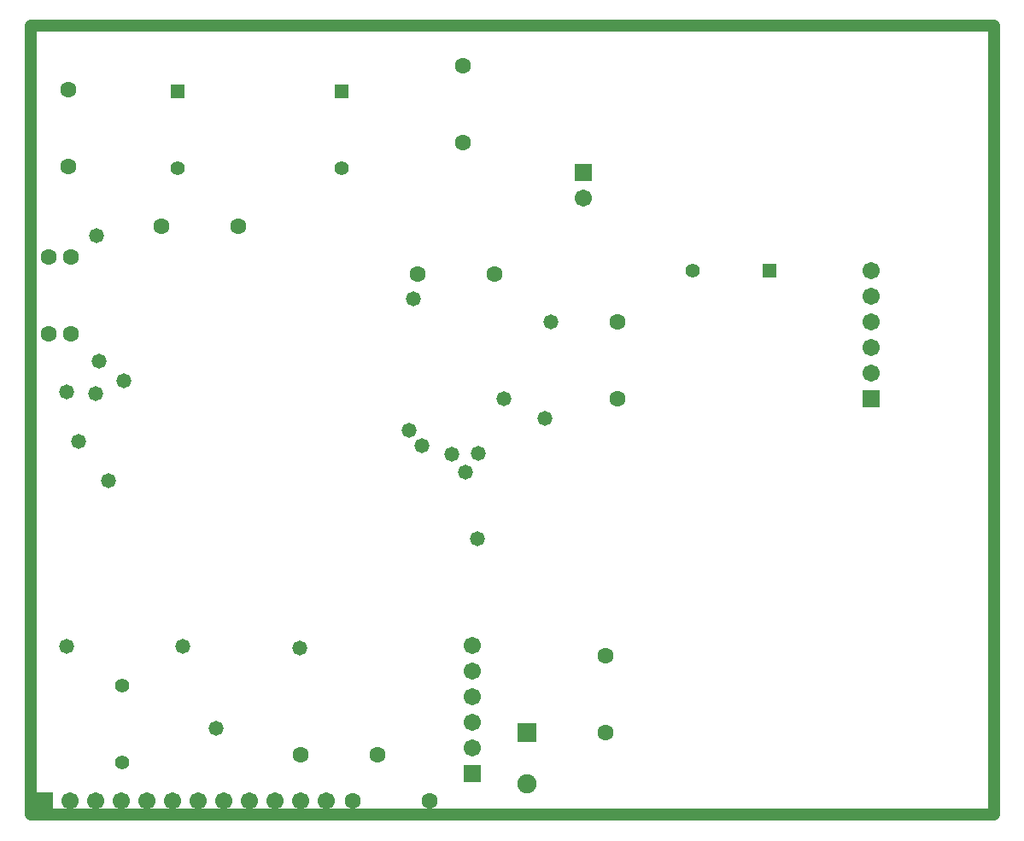
<source format=gbs>
G04 Layer_Color=16711935*
%FSLAX25Y25*%
%MOIN*%
G70*
G01*
G75*
%ADD15C,0.04724*%
%ADD33R,0.07493X0.07493*%
%ADD34C,0.07493*%
%ADD35R,0.05524X0.05524*%
%ADD36C,0.05524*%
%ADD37C,0.06312*%
%ADD38R,0.06706X0.06706*%
%ADD39C,0.06706*%
%ADD40R,0.06706X0.06706*%
%ADD41R,0.05524X0.05524*%
%ADD42C,0.05800*%
D15*
X0Y0D02*
Y308000D01*
X376000D01*
Y304500D02*
Y308000D01*
Y0D02*
Y304500D01*
X0Y0D02*
X376000D01*
D33*
X193700Y32100D02*
D03*
D34*
Y12100D02*
D03*
D35*
X121400Y282600D02*
D03*
X57500Y282500D02*
D03*
D36*
X121400Y252600D02*
D03*
X57500Y252500D02*
D03*
X35700Y20600D02*
D03*
Y50600D02*
D03*
X258500Y212500D02*
D03*
D37*
X15800Y217700D02*
D03*
Y187700D02*
D03*
X7000Y217700D02*
D03*
Y187700D02*
D03*
X135400Y23600D02*
D03*
X105400D02*
D03*
X155800Y5400D02*
D03*
X125800D02*
D03*
X151200Y211000D02*
D03*
X181200D02*
D03*
X229200Y192400D02*
D03*
Y162400D02*
D03*
X224300Y32000D02*
D03*
Y62000D02*
D03*
X168700Y292500D02*
D03*
Y262500D02*
D03*
X14800Y253000D02*
D03*
Y283000D02*
D03*
X51000Y229700D02*
D03*
X81000D02*
D03*
D38*
X328100Y162600D02*
D03*
X172600Y16100D02*
D03*
X215800Y250700D02*
D03*
D39*
X328100Y172600D02*
D03*
Y182600D02*
D03*
Y192600D02*
D03*
Y202600D02*
D03*
Y212600D02*
D03*
X172600Y26100D02*
D03*
Y36100D02*
D03*
Y46100D02*
D03*
Y56100D02*
D03*
Y66100D02*
D03*
X115500Y5500D02*
D03*
X105500D02*
D03*
X95500D02*
D03*
X85500D02*
D03*
X75500D02*
D03*
X65500D02*
D03*
X55500D02*
D03*
X45500D02*
D03*
X35500D02*
D03*
X25500D02*
D03*
X15500D02*
D03*
X215800Y240700D02*
D03*
D40*
X5500Y5500D02*
D03*
D41*
X288500Y212500D02*
D03*
D42*
X164600Y140900D02*
D03*
X152800Y144000D02*
D03*
X203000Y192400D02*
D03*
X200900Y154700D02*
D03*
X174600Y107700D02*
D03*
X147900Y150300D02*
D03*
X149500Y201600D02*
D03*
X25900Y226000D02*
D03*
X72600Y33900D02*
D03*
X105000Y65100D02*
D03*
X14100Y165000D02*
D03*
X18700Y145800D02*
D03*
X14100Y65700D02*
D03*
X59500D02*
D03*
X36600Y169600D02*
D03*
X30300Y130400D02*
D03*
X25300Y164600D02*
D03*
X26800Y177100D02*
D03*
X169700Y133700D02*
D03*
X184700Y162500D02*
D03*
X174900Y141000D02*
D03*
M02*

</source>
